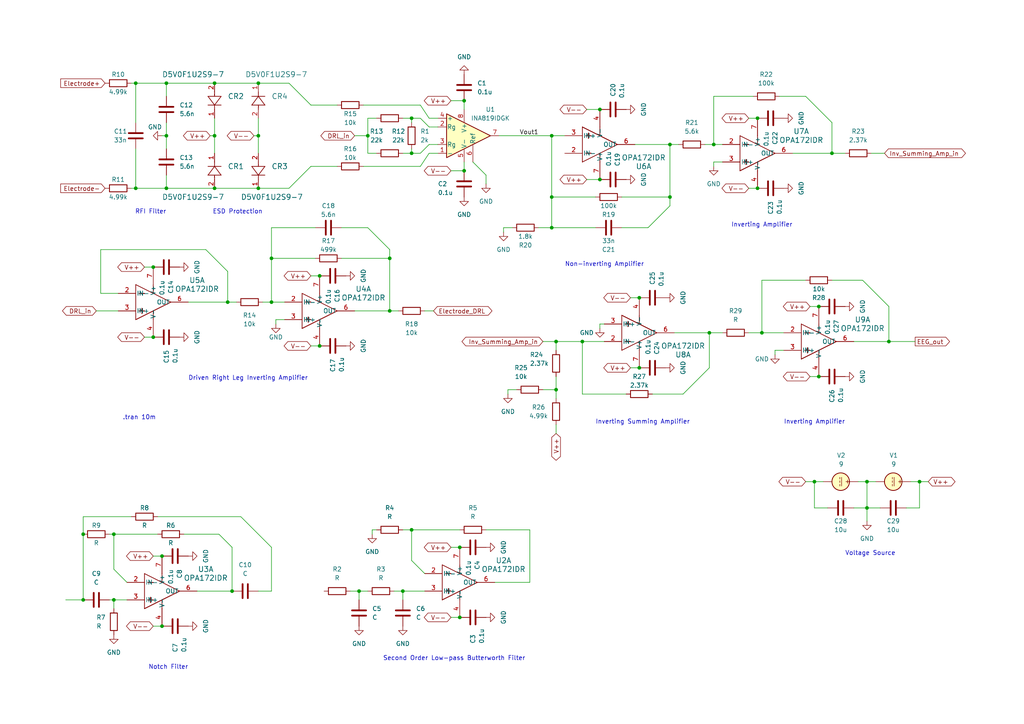
<source format=kicad_sch>
(kicad_sch (version 20230121) (generator eeschema)
  (paper "A4")
  (lib_symbols
    (symbol "Device:C" (pin_numbers hide) (pin_names (offset 0.254))
      (property "Reference" "C" (at 0.635 2.54 0))
      (property "Value" "C" (at 0.635 -2.54 0))
      (symbol "C_0_1"
        (polyline (pts (xy -2.032 -0.762) (xy 2.032 -0.762)) (stroke (width 0.508)))
        (polyline (pts (xy -2.032 0.762) (xy 2.032 0.762)) (stroke (width 0.508)))
      )
      (symbol "C_1_1"
        (pin passive line (at 0 3.81 270) (length 2.794) (name "~") (number "1"))
        (pin passive line (at 0 -3.81 90) (length 2.794) (name "~") (number "2"))
      )
    )
    (symbol "Device:R" (pin_numbers hide) (pin_names (offset 0))
      (property "Reference" "R" (at 2.032 0 90))
      (property "Value" "R" (at 0 0 90))
      (symbol "R_0_1"
        (rectangle (start -1.016 -2.54) (end 1.016 2.54) (stroke (width 0.254)))
      )
      (symbol "R_1_1"
        (pin passive line (at 0 3.81 270) (length 1.27) (name "~") (number "1"))
        (pin passive line (at 0 -3.81 90) (length 1.27) (name "~") (number "2"))
      )
    )
    (symbol "EEG part lib:D5V0F1U2S9-7" (pin_names (offset 0.254))
      (property "Reference" "CR" (at 5.08 4.445 0))
      (property "Value" "D5V0F1U2S9-7" (at 5.08 -3.81 0))
      (symbol "D5V0F1U2S9-7_0_1"
        (polyline (pts (xy 2.54 0) (xy 3.4798 0)) (stroke (width 0.2032)))
        (polyline (pts (xy 3.175 0) (xy 3.81 0)) (stroke (width 0.2032)))
        (polyline (pts (xy 3.81 -1.905) (xy 6.35 0)) (stroke (width 0.2032)))
        (polyline (pts (xy 3.81 1.905) (xy 3.81 -1.905)) (stroke (width 0.2032)))
        (polyline (pts (xy 6.35 -1.905) (xy 6.35 1.905)) (stroke (width 0.2032)))
        (polyline (pts (xy 6.35 0) (xy 3.81 1.905)) (stroke (width 0.2032)))
        (polyline (pts (xy 6.35 0) (xy 7.62 0)) (stroke (width 0.2032)))
      )
      (symbol "D5V0F1U2S9-7_1_1"
        (pin passive line (at 10.16 0 180) (length 2.54) (name "") (number "1"))
        (pin passive line (at 0 0 0) (length 2.54) (name "") (number "2"))
      )
    )
    (symbol "EEG part lib:INA819IDGK" (pin_names (offset 0.127))
      (property "Reference" "U1" (at 15.24 4.1909 0))
      (property "Value" "INA819IDGK" (at 15.24 1.6509 0))
      (symbol "INA819IDGK_0_1"
        (polyline (pts (xy 7.62 0) (xy -5.08 6.35) (xy -5.08 -6.35) (xy 7.62 0)) (stroke (width 0.254)) (fill (type background)))
      )
      (symbol "INA819IDGK_1_1"
        (pin input line (at -7.62 -5.08 0) (length 2.54) (name "-") (number "1"))
        (pin passive line (at -7.62 2.54 0) (length 2.54) (name "Rg") (number "2"))
        (pin passive line (at -7.62 -2.54 0) (length 2.54) (name "Rg") (number "3"))
        (pin input line (at -7.62 5.08 0) (length 2.54) (name "+") (number "4"))
        (pin power_in line (at 0 -7.62 90) (length 3.81) (name "V-") (number "5"))
        (pin input line (at 2.54 -7.62 90) (length 5.08) (name "Ref") (number "6"))
        (pin output line (at 10.16 0 180) (length 2.54) (name "~") (number "7"))
        (pin power_in line (at 0 7.62 270) (length 3.81) (name "V+") (number "8"))
      )
    )
    (symbol "EEG part lib:OPA172IDR" (pin_names (offset 0.254))
      (property "Reference" "U" (at 0 2.54 0))
      (property "Value" "OPA172IDR" (at 0 0 0))
      (symbol "OPA172IDR_1_1"
        (polyline (pts (xy -5.08 -5.08) (xy 5.08 0)) (stroke (width 0.2032)))
        (polyline (pts (xy -5.08 -5.08) (xy 5.08 0)) (stroke (width 0.2032)))
        (polyline (pts (xy -5.08 5.08) (xy -5.08 -5.08)) (stroke (width 0.2032)))
        (polyline (pts (xy -5.08 5.08) (xy 5.08 0)) (stroke (width 0.2032)))
        (polyline (pts (xy -4.064 -2.54) (xy -2.54 -2.54)) (stroke (width 0.2032)))
        (polyline (pts (xy -4.064 -2.54) (xy -2.54 -2.54)) (stroke (width 0.2032)))
        (polyline (pts (xy -4.064 -2.54) (xy -2.54 -2.54)) (stroke (width 0.2032)))
        (polyline (pts (xy -4.064 2.54) (xy -2.54 2.54)) (stroke (width 0.2032)))
        (polyline (pts (xy -4.064 2.54) (xy -2.54 2.54)) (stroke (width 0.2032)))
        (polyline (pts (xy -4.064 2.54) (xy -2.54 2.54)) (stroke (width 0.2032)))
        (polyline (pts (xy -3.302 -1.778) (xy -3.302 -3.302)) (stroke (width 0.2032)))
        (polyline (pts (xy -3.302 -1.778) (xy -3.302 -3.302)) (stroke (width 0.2032)))
        (polyline (pts (xy -3.302 -1.778) (xy -3.302 -3.302)) (stroke (width 0.2032)))
        (polyline (pts (xy 0 -2.54) (xy 0 -5.08)) (stroke (width 0.2032)))
        (polyline (pts (xy 0 5.08) (xy 0 2.54)) (stroke (width 0.2032)))
        (pin input line (at -10.16 2.54 0) (length 5.08) (name "IN-") (number "2"))
        (pin input line (at -10.16 -2.54 0) (length 5.08) (name "IN+") (number "3"))
        (pin power_in line (at 0 -10.16 90) (length 5.08) (name "V-") (number "4"))
        (pin output line (at 10.16 0 180) (length 5.08) (name "OUT") (number "6"))
        (pin power_in line (at 0 10.16 270) (length 5.08) (name "V+") (number "7"))
      )
      (symbol "OPA172IDR_2_1"
        (polyline (pts (xy -12.7 -7.62) (xy 12.7 -7.62)) (stroke (width 0.2032)))
        (polyline (pts (xy -12.7 7.62) (xy -12.7 -7.62)) (stroke (width 0.2032)))
        (polyline (pts (xy 12.7 -7.62) (xy 12.7 7.62)) (stroke (width 0.2032)))
        (polyline (pts (xy 12.7 7.62) (xy -12.7 7.62)) (stroke (width 0.2032)))
        (pin unspecified line (at 17.78 2.54 180) (length 5.08) (name "NC") (number "1"))
        (pin unspecified line (at 17.78 0 180) (length 5.08) (name "NC") (number "5"))
        (pin unspecified line (at 17.78 -2.54 180) (length 5.08) (name "NC") (number "8"))
      )
    )
    (symbol "Simulation_SPICE:VDC" (pin_numbers hide) (pin_names (offset 0.0254))
      (property "Reference" "V" (at 2.54 2.54 0))
      (property "Value" "1" (at 2.54 0 0))
      (symbol "VDC_0_0"
        (polyline (pts (xy -1.27 0.254) (xy 1.27 0.254)))
        (polyline (pts (xy -0.762 -0.254) (xy -1.27 -0.254)))
        (polyline (pts (xy 0.254 -0.254) (xy -0.254 -0.254)))
        (polyline (pts (xy 1.27 -0.254) (xy 0.762 -0.254)))
        (text "+" (at 0 1.905 0) (effects (font (size 1.27 1.27))))
      )
      (symbol "VDC_0_1"
        (circle (center 0 0) (radius 2.54) (stroke (width 0.254)) (fill (type background)))
      )
      (symbol "VDC_1_1"
        (pin passive line (at 0 5.08 270) (length 2.54) (name "~") (number "1"))
        (pin passive line (at 0 -5.08 90) (length 2.54) (name "~") (number "2"))
      )
    )
    (symbol "power:GND" (power) (pin_names (offset 0))
      (property "Value" "GND" (at 0 -3.81 0))
      (symbol "GND_0_1"
        (polyline (pts (xy 0 0) (xy 0 -1.27) (xy 1.27 -1.27) (xy 0 -2.54) (xy -1.27 -1.27) (xy 0 -1.27)))
      )
      (symbol "GND_1_1"
        (pin power_in line (at 0 0 270) (length 0) hide (name "GND") (number "1"))
      )
    )
  )
  (junction (at 237.49 88.9))
  (junction (at 62.23 39.37))
  (junction (at 39.37 24.13))
  (junction (at 237.49 109.22))
  (junction (at 78.74 74.93))
  (junction (at 74.93 39.37))
  (junction (at 236.22 139.7))
  (junction (at 119.38 34.29))
  (junction (at 119.38 44.45))
  (junction (at 33.02 173.99))
  (junction (at 116.84 171.45))
  (junction (at 62.23 24.13))
  (junction (at 160.02 57.15))
  (junction (at 106.68 39.37))
  (junction (at 44.45 97.79))
  (junction (at 67.31 171.45))
  (junction (at 46.99 181.61))
  (junction (at 220.98 96.52))
  (junction (at 119.38 153.67))
  (junction (at 78.74 87.63))
  (junction (at 39.37 54.61))
  (junction (at 194.31 57.15))
  (junction (at 133.35 179.07))
  (junction (at 160.02 39.37))
  (junction (at 266.7 139.7))
  (junction (at 219.71 54.61))
  (junction (at 48.26 54.61))
  (junction (at 185.42 106.68))
  (junction (at 257.81 99.06))
  (junction (at 160.02 66.04))
  (junction (at 241.3 44.45))
  (junction (at 205.74 96.52))
  (junction (at 251.46 147.32))
  (junction (at 33.02 154.94))
  (junction (at 161.29 99.06))
  (junction (at 173.99 52.07))
  (junction (at 185.42 86.36))
  (junction (at 48.26 24.13))
  (junction (at 161.29 113.03))
  (junction (at 207.01 41.91))
  (junction (at 44.45 77.47))
  (junction (at 74.93 24.13))
  (junction (at 48.26 39.37))
  (junction (at 194.31 41.91))
  (junction (at 133.35 158.75))
  (junction (at 251.46 139.7))
  (junction (at 92.71 80.01))
  (junction (at 104.14 171.45))
  (junction (at 66.04 87.63))
  (junction (at 134.62 29.21))
  (junction (at 168.91 99.06))
  (junction (at 62.23 54.61))
  (junction (at 219.71 34.29))
  (junction (at 74.93 54.61))
  (junction (at 173.99 31.75))
  (junction (at 46.99 161.29))
  (junction (at 113.03 74.93))
  (junction (at 134.62 49.53))
  (junction (at 24.13 154.94))
  (junction (at 113.03 90.17))
  (junction (at 24.13 173.99))
  (junction (at 92.71 100.33))
  (wire (pts (xy 146.05 66.04) (xy 146.05 67.31)))
  (wire (pts (xy 78.74 74.93) (xy 91.44 74.93)))
  (wire (pts (xy 252.73 44.45) (xy 256.54 44.45)))
  (wire (pts (xy 29.21 72.39) (xy 29.21 85.09)))
  (wire (pts (xy 220.98 96.52) (xy 227.33 96.52)))
  (wire (pts (xy 97.79 30.48) (xy 90.17 30.48)))
  (wire (pts (xy 104.14 171.45) (xy 104.14 173.99)))
  (wire (pts (xy 54.61 87.63) (xy 66.04 87.63)))
  (wire (pts (xy 29.21 85.09) (xy 34.29 85.09)))
  (wire (pts (xy 194.31 59.69) (xy 194.31 57.15)))
  (wire (pts (xy 147.32 113.03) (xy 147.32 114.3)))
  (wire (pts (xy 226.06 27.94) (xy 233.68 27.94)))
  (wire (pts (xy 63.5 154.94) (xy 67.31 158.75)))
  (wire (pts (xy 161.29 109.22) (xy 161.29 113.03)))
  (wire (pts (xy 46.99 39.37) (xy 48.26 39.37)))
  (wire (pts (xy 124.46 34.29) (xy 127 34.29)))
  (wire (pts (xy 62.23 54.61) (xy 74.93 54.61)))
  (wire (pts (xy 78.74 66.04) (xy 91.44 66.04)))
  (wire (pts (xy 90.17 100.33) (xy 92.71 100.33)))
  (wire (pts (xy 124.46 34.29) (xy 121.92 30.48)))
  (wire (pts (xy 130.81 158.75) (xy 133.35 158.75)))
  (wire (pts (xy 41.91 77.47) (xy 44.45 77.47)))
  (wire (pts (xy 140.97 50.8) (xy 140.97 53.34)))
  (wire (pts (xy 170.18 31.75) (xy 173.99 31.75)))
  (wire (pts (xy 217.17 54.61) (xy 219.71 54.61)))
  (wire (pts (xy 119.38 44.45) (xy 121.92 44.45)))
  (wire (pts (xy 224.79 101.6) (xy 227.33 101.6)))
  (wire (pts (xy 180.34 57.15) (xy 194.31 57.15)))
  (wire (pts (xy 74.93 39.37) (xy 74.93 44.45)))
  (wire (pts (xy 189.23 114.3) (xy 198.12 114.3)))
  (wire (pts (xy 119.38 34.29) (xy 119.38 35.56)))
  (wire (pts (xy 38.1 54.61) (xy 39.37 54.61)))
  (wire (pts (xy 105.41 30.48) (xy 121.92 30.48)))
  (wire (pts (xy 205.74 96.52) (xy 209.55 96.52)))
  (wire (pts (xy 59.69 72.39) (xy 66.04 78.74)))
  (wire (pts (xy 229.87 44.45) (xy 241.3 44.45)))
  (wire (pts (xy 62.23 24.13) (xy 74.93 24.13)))
  (wire (pts (xy 194.31 41.91) (xy 196.85 41.91)))
  (wire (pts (xy 90.17 30.48) (xy 83.82 24.13)))
  (wire (pts (xy 160.02 66.04) (xy 160.02 57.15)))
  (wire (pts (xy 116.84 34.29) (xy 119.38 34.29)))
  (wire (pts (xy 143.51 168.91) (xy 153.67 168.91)))
  (wire (pts (xy 247.65 147.32) (xy 251.46 147.32)))
  (wire (pts (xy 62.23 39.37) (xy 62.23 44.45)))
  (wire (pts (xy 123.19 90.17) (xy 125.73 90.17)))
  (wire (pts (xy 48.26 24.13) (xy 62.23 24.13)))
  (wire (pts (xy 105.41 48.26) (xy 121.92 48.26)))
  (wire (pts (xy 140.97 153.67) (xy 153.67 153.67)))
  (wire (pts (xy 241.3 44.45) (xy 245.11 44.45)))
  (wire (pts (xy 217.17 96.52) (xy 220.98 96.52)))
  (wire (pts (xy 39.37 24.13) (xy 39.37 35.56)))
  (wire (pts (xy 74.93 54.61) (xy 83.82 54.61)))
  (wire (pts (xy 161.29 99.06) (xy 161.29 101.6)))
  (wire (pts (xy 236.22 147.32) (xy 240.03 147.32)))
  (wire (pts (xy 44.45 181.61) (xy 46.99 181.61)))
  (wire (pts (xy 48.26 54.61) (xy 62.23 54.61)))
  (wire (pts (xy 119.38 34.29) (xy 121.92 34.29)))
  (wire (pts (xy 102.87 90.17) (xy 113.03 90.17)))
  (wire (pts (xy 207.01 46.99) (xy 209.55 46.99)))
  (wire (pts (xy 90.17 48.26) (xy 83.82 54.61)))
  (wire (pts (xy 78.74 158.75) (xy 78.74 171.45)))
  (wire (pts (xy 31.75 154.94) (xy 33.02 154.94)))
  (wire (pts (xy 168.91 99.06) (xy 175.26 99.06)))
  (wire (pts (xy 80.01 92.71) (xy 82.55 92.71)))
  (wire (pts (xy 195.58 96.52) (xy 205.74 96.52)))
  (wire (pts (xy 106.68 44.45) (xy 109.22 44.45)))
  (wire (pts (xy 161.29 123.19) (xy 161.29 125.73)))
  (wire (pts (xy 156.21 66.04) (xy 160.02 66.04)))
  (wire (pts (xy 134.62 29.21) (xy 134.62 31.75)))
  (wire (pts (xy 184.15 41.91) (xy 194.31 41.91)))
  (wire (pts (xy 33.02 154.94) (xy 33.02 165.1)))
  (wire (pts (xy 207.01 27.94) (xy 207.01 41.91)))
  (wire (pts (xy 124.46 36.83) (xy 127 36.83)))
  (wire (pts (xy 241.3 81.28) (xy 250.19 81.28)))
  (wire (pts (xy 247.65 99.06) (xy 257.81 99.06)))
  (wire (pts (xy 116.84 171.45) (xy 116.84 173.99)))
  (wire (pts (xy 266.7 139.7) (xy 266.7 147.32)))
  (wire (pts (xy 207.01 46.99) (xy 207.01 48.26)))
  (wire (pts (xy 97.79 48.26) (xy 90.17 48.26)))
  (wire (pts (xy 251.46 147.32) (xy 255.27 147.32)))
  (wire (pts (xy 67.31 158.75) (xy 67.31 171.45)))
  (wire (pts (xy 160.02 39.37) (xy 163.83 39.37)))
  (wire (pts (xy 220.98 81.28) (xy 233.68 81.28)))
  (wire (pts (xy 113.03 72.39) (xy 113.03 74.93)))
  (wire (pts (xy 48.26 35.56) (xy 48.26 39.37)))
  (wire (pts (xy 48.26 39.37) (xy 48.26 43.18)))
  (wire (pts (xy 116.84 44.45) (xy 119.38 44.45)))
  (wire (pts (xy 207.01 27.94) (xy 218.44 27.94)))
  (wire (pts (xy 38.1 24.13) (xy 39.37 24.13)))
  (wire (pts (xy 266.7 139.7) (xy 269.24 139.7)))
  (wire (pts (xy 73.66 39.37) (xy 74.93 39.37)))
  (wire (pts (xy 233.68 139.7) (xy 236.22 139.7)))
  (wire (pts (xy 66.04 87.63) (xy 68.58 87.63)))
  (wire (pts (xy 234.95 88.9) (xy 237.49 88.9)))
  (wire (pts (xy 168.91 99.06) (xy 168.91 114.3)))
  (wire (pts (xy 251.46 139.7) (xy 254 139.7)))
  (wire (pts (xy 170.18 52.07) (xy 173.99 52.07)))
  (wire (pts (xy 234.95 109.22) (xy 237.49 109.22)))
  (wire (pts (xy 217.17 34.29) (xy 219.71 34.29)))
  (wire (pts (xy 106.68 34.29) (xy 109.22 34.29)))
  (wire (pts (xy 250.19 81.28) (xy 257.81 88.9)))
  (wire (pts (xy 187.96 66.04) (xy 194.31 59.69)))
  (wire (pts (xy 204.47 41.91) (xy 207.01 41.91)))
  (wire (pts (xy 127 41.91) (xy 124.46 41.91)))
  (wire (pts (xy 207.01 41.91) (xy 209.55 41.91)))
  (wire (pts (xy 116.84 153.67) (xy 119.38 153.67)))
  (wire (pts (xy 130.81 179.07) (xy 133.35 179.07)))
  (wire (pts (xy 19.05 173.99) (xy 24.13 173.99)))
  (wire (pts (xy 119.38 43.18) (xy 119.38 44.45)))
  (wire (pts (xy 107.95 153.67) (xy 107.95 154.94)))
  (wire (pts (xy 107.95 153.67) (xy 109.22 153.67)))
  (wire (pts (xy 104.14 171.45) (xy 106.68 171.45)))
  (wire (pts (xy 124.46 44.45) (xy 127 44.45)))
  (wire (pts (xy 78.74 74.93) (xy 78.74 87.63)))
  (wire (pts (xy 146.05 66.04) (xy 148.59 66.04)))
  (wire (pts (xy 57.15 171.45) (xy 67.31 171.45)))
  (wire (pts (xy 33.02 173.99) (xy 36.83 173.99)))
  (wire (pts (xy 194.31 41.91) (xy 194.31 57.15)))
  (wire (pts (xy 48.26 24.13) (xy 48.26 27.94)))
  (wire (pts (xy 182.88 106.68) (xy 185.42 106.68)))
  (wire (pts (xy 123.19 166.37) (xy 119.38 162.56)))
  (wire (pts (xy 124.46 41.91) (xy 121.92 44.45)))
  (wire (pts (xy 29.21 72.39) (xy 59.69 72.39)))
  (wire (pts (xy 124.46 44.45) (xy 121.92 48.26)))
  (wire (pts (xy 173.99 93.98) (xy 175.26 93.98)))
  (wire (pts (xy 74.93 171.45) (xy 78.74 171.45)))
  (wire (pts (xy 78.74 87.63) (xy 82.55 87.63)))
  (wire (pts (xy 157.48 99.06) (xy 161.29 99.06)))
  (wire (pts (xy 24.13 154.94) (xy 24.13 173.99)))
  (wire (pts (xy 119.38 153.67) (xy 133.35 153.67)))
  (wire (pts (xy 205.74 96.52) (xy 205.74 106.68)))
  (wire (pts (xy 180.34 66.04) (xy 187.96 66.04)))
  (wire (pts (xy 173.99 93.98) (xy 173.99 95.25)))
  (wire (pts (xy 160.02 66.04) (xy 172.72 66.04)))
  (wire (pts (xy 236.22 139.7) (xy 238.76 139.7)))
  (wire (pts (xy 78.74 66.04) (xy 78.74 74.93)))
  (wire (pts (xy 62.23 34.29) (xy 62.23 39.37)))
  (wire (pts (xy 130.81 29.21) (xy 134.62 29.21)))
  (wire (pts (xy 130.81 49.53) (xy 134.62 49.53)))
  (wire (pts (xy 48.26 50.8) (xy 48.26 54.61)))
  (wire (pts (xy 60.96 39.37) (xy 62.23 39.37)))
  (wire (pts (xy 36.83 168.91) (xy 33.02 165.1)))
  (wire (pts (xy 119.38 153.67) (xy 119.38 162.56)))
  (wire (pts (xy 137.16 46.99) (xy 140.97 50.8)))
  (wire (pts (xy 161.29 113.03) (xy 161.29 115.57)))
  (wire (pts (xy 102.87 39.37) (xy 106.68 39.37)))
  (wire (pts (xy 76.2 87.63) (xy 78.74 87.63)))
  (wire (pts (xy 45.72 149.86) (xy 69.85 149.86)))
  (wire (pts (xy 74.93 24.13) (xy 83.82 24.13)))
  (wire (pts (xy 106.68 39.37) (xy 106.68 44.45)))
  (wire (pts (xy 44.45 161.29) (xy 46.99 161.29)))
  (wire (pts (xy 248.92 139.7) (xy 251.46 139.7)))
  (wire (pts (xy 147.32 113.03) (xy 149.86 113.03)))
  (wire (pts (xy 53.34 154.94) (xy 63.5 154.94)))
  (wire (pts (xy 257.81 99.06) (xy 257.81 88.9)))
  (wire (pts (xy 144.78 39.37) (xy 160.02 39.37)))
  (wire (pts (xy 80.01 92.71) (xy 80.01 93.98)))
  (wire (pts (xy 236.22 139.7) (xy 236.22 147.32)))
  (wire (pts (xy 99.06 74.93) (xy 113.03 74.93)))
  (wire (pts (xy 134.62 49.53) (xy 134.62 46.99)))
  (wire (pts (xy 182.88 86.36) (xy 185.42 86.36)))
  (wire (pts (xy 251.46 147.32) (xy 251.46 151.13)))
  (wire (pts (xy 233.68 27.94) (xy 241.3 35.56)))
  (wire (pts (xy 113.03 90.17) (xy 115.57 90.17)))
  (wire (pts (xy 160.02 39.37) (xy 160.02 57.15)))
  (wire (pts (xy 69.85 149.86) (xy 78.74 158.75)))
  (wire (pts (xy 224.79 101.6) (xy 224.79 102.87)))
  (wire (pts (xy 220.98 96.52) (xy 220.98 81.28)))
  (wire (pts (xy 241.3 35.56) (xy 241.3 44.45)))
  (wire (pts (xy 39.37 54.61) (xy 48.26 54.61)))
  (wire (pts (xy 27.94 90.17) (xy 34.29 90.17)))
  (wire (pts (xy 198.12 114.3) (xy 205.74 106.68)))
  (wire (pts (xy 33.02 173.99) (xy 33.02 176.53)))
  (wire (pts (xy 106.68 34.29) (xy 106.68 39.37)))
  (wire (pts (xy 90.17 80.01) (xy 92.71 80.01)))
  (wire (pts (xy 113.03 74.93) (xy 113.03 90.17)))
  (wire (pts (xy 101.6 171.45) (xy 104.14 171.45)))
  (wire (pts (xy 39.37 43.18) (xy 39.37 54.61)))
  (wire (pts (xy 262.89 147.32) (xy 266.7 147.32)))
  (wire (pts (xy 116.84 171.45) (xy 123.19 171.45)))
  (wire (pts (xy 106.68 66.04) (xy 113.03 72.39)))
  (wire (pts (xy 160.02 57.15) (xy 172.72 57.15)))
  (wire (pts (xy 24.13 149.86) (xy 24.13 154.94)))
  (wire (pts (xy 66.04 78.74) (xy 66.04 87.63)))
  (wire (pts (xy 264.16 139.7) (xy 266.7 139.7)))
  (wire (pts (xy 168.91 114.3) (xy 181.61 114.3)))
  (wire (pts (xy 114.3 171.45) (xy 116.84 171.45)))
  (wire (pts (xy 251.46 139.7) (xy 251.46 147.32)))
  (wire (pts (xy 99.06 66.04) (xy 106.68 66.04)))
  (wire (pts (xy 153.67 153.67) (xy 153.67 168.91)))
  (wire (pts (xy 39.37 24.13) (xy 48.26 24.13)))
  (wire (pts (xy 124.46 36.83) (xy 121.92 34.29)))
  (wire (pts (xy 74.93 34.29) (xy 74.93 39.37)))
  (wire (pts (xy 31.75 173.99) (xy 33.02 173.99)))
  (wire (pts (xy 257.81 99.06) (xy 265.43 99.06)))
  (wire (pts (xy 24.13 149.86) (xy 38.1 149.86)))
  (wire (pts (xy 33.02 154.94) (xy 45.72 154.94)))
  (wire (pts (xy 161.29 99.06) (xy 168.91 99.06)))
  (wire (pts (xy 157.48 113.03) (xy 161.29 113.03)))
  (wire (pts (xy 41.91 97.79) (xy 44.45 97.79)))
  (text "Inverting Amplifier" (at 227.33 123.19 0) (effects (font (size 1.27 1.27)) (justify left bottom)))
  (text "Inverting Summing Amplifier" (at 172.72 123.19 0) (effects (font (size 1.27 1.27)) (justify left bottom)))
  (text "Voltage Source" (at 245.11 161.29 0) (effects (font (size 1.27 1.27)) (justify left bottom)))
  (text "Driven Right Leg Inverting Amplifier" (at 54.61 110.49 0) (effects (font (size 1.27 1.27)) (justify left bottom)))
  (text "RFI Filter" (at 48.26 62.23 0) (effects (font (size 1.27 1.27)) (justify right bottom)))
  (text "Notch Filter" (at 54.61 194.31 0) (effects (font (size 1.27 1.27)) (justify right bottom)))
  (text "Inverting Amplifier" (at 212.09 66.04 0) (effects (font (size 1.27 1.27)) (justify left bottom)))
  (text "Non-inverting Amplifier" (at 163.83 77.47 0) (effects (font (size 1.27 1.27)) (justify left bottom)))
  (text "Second Order Low-pass Butterworth Filter\n" (at 152.4 191.77 0) (effects (font (size 1.27 1.27)) (justify right bottom)))
  (text "ESD Protection" (at 76.2 62.23 0) (effects (font (size 1.27 1.27)) (justify right bottom)))
  (text ".tran 10m" (at 35.56 121.92 0) (effects (font (size 1.27 1.27)) (justify left bottom)))
  (label "Vout1" (at 156.21 39.37 180))
  (global_label "V--" (shape bidirectional) (at 73.66 39.37 180) (property "Intersheetrefs" "${INTERSHEET_REFS}" (effects hide)))
  (global_label "V--" (shape bidirectional) (at 234.95 109.22 180) (property "Intersheetrefs" "${INTERSHEET_REFS}" (effects hide)))
  (global_label "V++" (shape bidirectional) (at 130.81 158.75 180) (property "Intersheetrefs" "${INTERSHEET_REFS}" (effects hide)))
  (global_label "DRL_in" (shape bidirectional) (at 27.94 90.17 180) (property "Intersheetrefs" "${INTERSHEET_REFS}" (effects hide)))
  (global_label "Electrode_DRL" (shape bidirectional) (at 125.73 90.17 0) (property "Intersheetrefs" "${INTERSHEET_REFS}" (effects hide)))
  (global_label "V++" (shape bidirectional) (at 170.18 52.07 180) (property "Intersheetrefs" "${INTERSHEET_REFS}" (effects hide)))
  (global_label "V++" (shape bidirectional) (at 182.88 106.68 180) (property "Intersheetrefs" "${INTERSHEET_REFS}" (effects hide)))
  (global_label "V++" (shape bidirectional) (at 44.45 161.29 180) (property "Intersheetrefs" "${INTERSHEET_REFS}" (effects hide)))
  (global_label "V++" (shape bidirectional) (at 217.17 34.29 180) (property "Intersheetrefs" "${INTERSHEET_REFS}" (effects hide)))
  (global_label "DRL_in" (shape bidirectional) (at 102.87 39.37 180) (property "Intersheetrefs" "${INTERSHEET_REFS}" (effects hide)))
  (global_label "V++" (shape bidirectional) (at 130.81 29.21 180) (property "Intersheetrefs" "${INTERSHEET_REFS}" (effects hide)))
  (global_label "Inv_Summing_Amp_in" (shape bidirectional) (at 157.48 99.06 180) (property "Intersheetrefs" "${INTERSHEET_REFS}" (effects hide)))
  (global_label "V--" (shape bidirectional) (at 90.17 100.33 180) (property "Intersheetrefs" "${INTERSHEET_REFS}" (effects hide)))
  (global_label "Inv_Summing_Amp_in" (shape bidirectional) (at 256.54 44.45 0) (property "Intersheetrefs" "${INTERSHEET_REFS}" (effects hide)))
  (global_label "V++" (shape bidirectional) (at 234.95 88.9 180) (property "Intersheetrefs" "${INTERSHEET_REFS}" (effects hide)))
  (global_label "V--" (shape bidirectional) (at 41.91 97.79 180) (property "Intersheetrefs" "${INTERSHEET_REFS}" (effects hide)))
  (global_label "V--" (shape bidirectional) (at 44.45 181.61 180) (property "Intersheetrefs" "${INTERSHEET_REFS}" (effects hide)))
  (global_label "V--" (shape bidirectional) (at 233.68 139.7 180) (property "Intersheetrefs" "${INTERSHEET_REFS}" (effects hide)))
  (global_label "V++" (shape bidirectional) (at 41.91 77.47 180) (property "Intersheetrefs" "${INTERSHEET_REFS}" (effects hide)))
  (global_label "V--" (shape bidirectional) (at 182.88 86.36 180) (property "Intersheetrefs" "${INTERSHEET_REFS}" (effects hide)))
  (global_label "V--" (shape bidirectional) (at 130.81 179.07 180) (property "Intersheetrefs" "${INTERSHEET_REFS}" (effects hide)))
  (global_label "EEG_out" (shape output) (at 265.43 99.06 0) (property "Intersheetrefs" "${INTERSHEET_REFS}" (effects hide)))
  (global_label "V--" (shape bidirectional) (at 217.17 54.61 180) (property "Intersheetrefs" "${INTERSHEET_REFS}" (effects hide)))
  (global_label "Electrode-" (shape input) (at 30.48 54.61 180) (property "Intersheetrefs" "${INTERSHEET_REFS}" (effects hide)))
  (global_label "V--" (shape bidirectional) (at 170.18 31.75 180) (property "Intersheetrefs" "${INTERSHEET_REFS}" (effects hide)))
  (global_label "V++" (shape bidirectional) (at 269.24 139.7 0) (property "Intersheetrefs" "${INTERSHEET_REFS}" (effects hide)))
  (global_label "Electrode+" (shape input) (at 30.48 24.13 180) (property "Intersheetrefs" "${INTERSHEET_REFS}" (effects hide)))
  (global_label "V++" (shape bidirectional) (at 90.17 80.01 180) (property "Intersheetrefs" "${INTERSHEET_REFS}" (effects hide)))
  (global_label "V++" (shape bidirectional) (at 161.29 125.73 270) (property "Intersheetrefs" "${INTERSHEET_REFS}" (effects hide)))
  (global_label "V--" (shape bidirectional) (at 130.81 49.53 180) (property "Intersheetrefs" "${INTERSHEET_REFS}" (effects hide)))
  (global_label "V++" (shape bidirectional) (at 60.96 39.37 180) (property "Intersheetrefs" "${INTERSHEET_REFS}" (effects hide)))
  (symbol (lib_id "Device:C") (at 48.26 31.75 0) (unit 1)
    (property "Reference" "C12" (at 52.07 30.48 0) (effects (justify left)))
    (property "Value" "5.6n" (at 52.07 33.02 0) (effects (justify left)))
  )
  (symbol (lib_id "power:GND") (at 33.02 184.15 0) (unit 1)
    (property "Reference" "#PWR011" (effects hide))
    (property "Value" "GND" (at 33.02 189.23 0))
  )
  (symbol (lib_id "Device:R") (at 119.38 39.37 0) (unit 1)
    (property "Reference" "R1" (at 121.92 38.1 0) (effects (justify left)))
    (property "Value" "2k" (at 121.92 40.64 0) (effects (justify left)))
  )
  (symbol (lib_id "power:GND") (at 52.07 77.47 90) (unit 1)
    (property "Reference" "#PWR013" (effects hide))
    (property "Value" "GND" (at 57.15 77.47 0))
  )
  (symbol (lib_id "EEG part lib:INA819IDGK") (at 134.62 39.37 0) (unit 1)
    (property "Reference" "U1" (at 142.24 31.75 0))
    (property "Value" "INA819IDGK" (at 142.24 34.29 0))
    (property "Footprint" "Package_SO:VSSOP-8_3.0x3.0mm_P0.65mm" (effects hide))
    (property "Datasheet" "https://www.ti.com/lit/ds/symlink/ina819.pdf" (effects hide))
  )
  (symbol (lib_id "Device:R") (at 27.94 154.94 90) (unit 1)
    (property "Reference" "R9" (at 27.94 152.4 90))
    (property "Value" "R" (at 27.94 157.48 90))
  )
  (symbol (lib_id "Device:C") (at 27.94 173.99 90) (unit 1)
    (property "Reference" "C9" (at 27.94 166.37 90))
    (property "Value" "C" (at 27.94 168.91 90))
  )
  (symbol (lib_id "EEG part lib:D5V0F1U2S9-7") (at 62.23 24.13 270) (unit 1)
    (property "Reference" "CR2" (at 66.04 27.94 90) (effects (font (size 1.524 1.524)) (justify left)))
    (property "Value" "D5V0F1U2S9-7" (at 46.99 21.59 90) (effects (font (size 1.524 1.524)) (justify left)))
    (property "Footprint" "CR_0F1U2S9-7_DIO" (effects hide))
    (property "Datasheet" "D5V0F1U2S9-7" (effects hide))
  )
  (symbol (lib_id "Device:R") (at 72.39 87.63 90) (unit 1)
    (property "Reference" "R14" (at 72.39 91.44 90))
    (property "Value" "10k" (at 72.39 93.98 90))
  )
  (symbol (lib_id "EEG part lib:OPA172IDR") (at 185.42 96.52 0) (mirror x) (unit 1)
    (property "Reference" "U8" (at 198.12 102.87 0) (effects (font (size 1.524 1.524))))
    (property "Value" "OPA172IDR" (at 198.12 100.33 0) (effects (font (size 1.524 1.524))))
    (property "Footprint" "D0008A_N" (effects hide))
    (property "Datasheet" "OPA172IDR" (effects hide))
  )
  (symbol (lib_id "Device:R") (at 248.92 44.45 90) (unit 1)
    (property "Reference" "R23" (at 248.92 38.1 90))
    (property "Value" "2.37k" (at 248.92 40.64 90))
  )
  (symbol (lib_id "Device:R") (at 185.42 114.3 90) (unit 1)
    (property "Reference" "R27" (at 185.42 109.22 90))
    (property "Value" "2.37k" (at 185.42 111.76 90))
  )
  (symbol (lib_id "Device:C") (at 241.3 88.9 270) (unit 1)
    (property "Reference" "C27" (at 242.57 92.71 0) (effects (justify left)))
    (property "Value" "0.1u" (at 240.03 92.71 0) (effects (justify left)))
  )
  (symbol (lib_id "power:GND") (at 107.95 154.94 0) (unit 1)
    (property "Reference" "#PWR06" (effects hide))
    (property "Value" "GND" (at 107.95 160.02 0))
  )
  (symbol (lib_id "power:GND") (at 54.61 161.29 90) (unit 1)
    (property "Reference" "#PWR010" (effects hide))
    (property "Value" "GND" (at 59.69 161.29 0))
  )
  (symbol (lib_id "power:GND") (at 140.97 179.07 90) (unit 1)
    (property "Reference" "#PWR04" (effects hide))
    (property "Value" "GND" (at 146.05 179.07 0))
  )
  (symbol (lib_id "EEG part lib:OPA172IDR") (at 92.71 90.17 0) (unit 1)
    (property "Reference" "U4" (at 105.41 83.82 0) (effects (font (size 1.524 1.524))))
    (property "Value" "OPA172IDR" (at 105.41 86.36 0) (effects (font (size 1.524 1.524))))
    (property "Footprint" "D0008A_N" (effects hide))
    (property "Datasheet" "OPA172IDR" (effects hide))
  )
  (symbol (lib_id "Device:R") (at 101.6 30.48 90) (unit 1)
    (property "Reference" "R15" (at 101.6 33.02 90))
    (property "Value" "10k" (at 101.6 35.56 90))
  )
  (symbol (lib_id "power:GND") (at 173.99 95.25 0) (unit 1)
    (property "Reference" "#PWR027" (effects hide))
    (property "Value" "GND" (at 170.18 96.52 0))
  )
  (symbol (lib_id "Device:R") (at 137.16 153.67 90) (unit 1)
    (property "Reference" "R5" (at 137.16 147.32 90))
    (property "Value" "R" (at 137.16 149.86 90))
  )
  (symbol (lib_id "Device:C") (at 177.8 31.75 90) (mirror x) (unit 1)
    (property "Reference" "C20" (at 177.8 24.13 0) (effects (justify left)))
    (property "Value" "0.1u" (at 180.34 24.13 0) (effects (justify left)))
  )
  (symbol (lib_id "Device:R") (at 34.29 54.61 90) (unit 1)
    (property "Reference" "R11" (at 34.29 52.07 90))
    (property "Value" "4.99k" (at 34.29 57.15 90))
  )
  (symbol (lib_id "Device:R") (at 113.03 153.67 90) (unit 1)
    (property "Reference" "R4" (at 113.03 147.32 90))
    (property "Value" "R" (at 113.03 149.86 90))
  )
  (symbol (lib_id "Device:C") (at 137.16 158.75 270) (unit 1)
    (property "Reference" "C4" (at 138.43 162.56 0) (effects (justify left)))
    (property "Value" "0.1u" (at 135.89 162.56 0) (effects (justify left)))
  )
  (symbol (lib_id "EEG part lib:OPA172IDR") (at 219.71 44.45 0) (unit 1)
    (property "Reference" "U7" (at 232.41 38.1 0) (effects (font (size 1.524 1.524))))
    (property "Value" "OPA172IDR" (at 232.41 40.64 0) (effects (font (size 1.524 1.524))))
    (property "Footprint" "D0008A_N" (effects hide))
    (property "Datasheet" "OPA172IDR" (effects hide))
  )
  (symbol (lib_id "Device:R") (at 34.29 24.13 90) (unit 1)
    (property "Reference" "R10" (at 34.29 21.59 90))
    (property "Value" "4.99k" (at 34.29 26.67 90))
  )
  (symbol (lib_id "Device:C") (at 116.84 177.8 0) (unit 1)
    (property "Reference" "C6" (at 120.65 176.53 0) (effects (justify left)))
    (property "Value" "C" (at 120.65 179.07 0) (effects (justify left)))
  )
  (symbol (lib_id "Device:R") (at 213.36 96.52 90) (unit 1)
    (property "Reference" "R29" (at 213.36 90.17 90))
    (property "Value" "R" (at 213.36 92.71 90))
  )
  (symbol (lib_id "EEG part lib:OPA172IDR") (at 133.35 168.91 0) (unit 1)
    (property "Reference" "U2" (at 146.05 162.56 0) (effects (font (size 1.524 1.524))))
    (property "Value" "OPA172IDR" (at 146.05 165.1 0) (effects (font (size 1.524 1.524))))
    (property "Footprint" "D0008A_N" (effects hide))
    (property "Datasheet" "OPA172IDR" (effects hide))
  )
  (symbol (lib_id "Device:R") (at 237.49 81.28 90) (mirror x) (unit 1)
    (property "Reference" "R28" (at 237.49 86.36 90))
    (property "Value" "10k" (at 237.49 83.82 90))
  )
  (symbol (lib_id "power:GND") (at 100.33 100.33 90) (unit 1)
    (property "Reference" "#PWR016" (effects hide))
    (property "Value" "GND" (at 105.41 100.33 0))
  )
  (symbol (lib_id "power:GND") (at 181.61 52.07 90) (mirror x) (unit 1)
    (property "Reference" "#PWR018" (effects hide))
    (property "Value" "GND" (at 186.69 52.07 0))
  )
  (symbol (lib_id "power:GND") (at 146.05 67.31 0) (unit 1)
    (property "Reference" "#PWR020" (effects hide))
    (property "Value" "GND" (at 146.05 72.39 0))
  )
  (symbol (lib_id "Device:C") (at 50.8 181.61 90) (unit 1)
    (property "Reference" "C7" (at 50.8 189.23 0) (effects (justify left)))
    (property "Value" "0.1u" (at 53.34 189.23 0) (effects (justify left)))
  )
  (symbol (lib_id "power:GND") (at 104.14 181.61 0) (unit 1)
    (property "Reference" "#PWR07" (effects hide))
    (property "Value" "GND" (at 104.14 186.69 0))
  )
  (symbol (lib_id "Device:R") (at 222.25 27.94 90) (unit 1)
    (property "Reference" "R22" (at 222.25 21.59 90))
    (property "Value" "100k" (at 222.25 24.13 90))
  )
  (symbol (lib_id "Device:R") (at 176.53 57.15 90) (mirror x) (unit 1)
    (property "Reference" "R19" (at 176.53 62.23 90))
    (property "Value" "100k" (at 176.53 59.69 90))
  )
  (symbol (lib_id "EEG part lib:OPA172IDR") (at 237.49 99.06 0) (unit 1)
    (property "Reference" "U9" (at 250.19 92.71 0) (effects (font (size 1.524 1.524))))
    (property "Value" "OPA172IDR" (at 250.19 95.25 0) (effects (font (size 1.524 1.524))))
    (property "Footprint" "D0008A_N" (effects hide))
    (property "Datasheet" "OPA172IDR" (effects hide))
  )
  (symbol (lib_id "power:GND") (at 54.61 181.61 90) (unit 1)
    (property "Reference" "#PWR09" (effects hide))
    (property "Value" "GND" (at 59.69 181.61 0))
  )
  (symbol (lib_id "Device:C") (at 223.52 34.29 270) (unit 1)
    (property "Reference" "C22" (at 224.79 38.1 0) (effects (justify left)))
    (property "Value" "0.1u" (at 222.25 38.1 0) (effects (justify left)))
  )
  (symbol (lib_id "Device:R") (at 113.03 44.45 90) (unit 1)
    (property "Reference" "R13" (at 109.22 38.1 90))
    (property "Value" "22k" (at 109.22 40.64 90))
  )
  (symbol (lib_id "Device:R") (at 119.38 90.17 90) (unit 1)
    (property "Reference" "R18" (at 119.38 93.98 90))
    (property "Value" "10k" (at 119.38 96.52 90))
  )
  (symbol (lib_id "power:GND") (at 227.33 34.29 90) (unit 1)
    (property "Reference" "#PWR021" (effects hide))
    (property "Value" "GND" (at 232.41 34.29 0))
  )
  (symbol (lib_id "power:GND") (at 134.62 57.15 0) (unit 1)
    (property "Reference" "#PWR01" (effects hide))
    (property "Value" "GND" (at 134.62 62.23 0))
  )
  (symbol (lib_id "power:GND") (at 193.04 86.36 90) (mirror x) (unit 1)
    (property "Reference" "#PWR026" (effects hide))
    (property "Value" "GND" (at 198.12 86.36 0))
  )
  (symbol (lib_id "Device:R") (at 97.79 171.45 90) (unit 1)
    (property "Reference" "R2" (at 97.79 165.1 90))
    (property "Value" "R" (at 97.79 167.64 90))
  )
  (symbol (lib_id "power:GND") (at 245.11 88.9 90) (unit 1)
    (property "Reference" "#PWR030" (effects hide))
    (property "Value" "GND" (at 250.19 88.9 0))
  )
  (symbol (lib_id "EEG part lib:OPA172IDR") (at 173.99 41.91 0) (mirror x) (unit 1)
    (property "Reference" "U6" (at 186.69 48.26 0) (effects (font (size 1.524 1.524))))
    (property "Value" "OPA172IDR" (at 186.69 45.72 0) (effects (font (size 1.524 1.524))))
    (property "Footprint" "D0008A_N" (effects hide))
    (property "Datasheet" "OPA172IDR" (effects hide))
  )
  (symbol (lib_id "Device:C") (at 134.62 25.4 0) (unit 1)
    (property "Reference" "C1" (at 138.43 24.13 0) (effects (justify left)))
    (property "Value" "0.1u" (at 138.43 26.67 0) (effects (justify left)))
  )
  (symbol (lib_id "Device:R") (at 200.66 41.91 90) (unit 1)
    (property "Reference" "R21" (at 200.66 35.56 90))
    (property "Value" "5.6k" (at 200.66 38.1 90))
  )
  (symbol (lib_id "power:GND") (at 207.01 48.26 0) (unit 1)
    (property "Reference" "#PWR023" (effects hide))
    (property "Value" "GND" (at 207.01 53.34 0))
  )
  (symbol (lib_id "Device:C") (at 243.84 147.32 90) (unit 1)
    (property "Reference" "C28" (at 243.84 151.13 90))
    (property "Value" "10u" (at 243.84 153.67 90))
  )
  (symbol (lib_id "Device:C") (at 189.23 106.68 270) (mirror x) (unit 1)
    (property "Reference" "C24" (at 190.5 102.87 0) (effects (justify left)))
    (property "Value" "0.1u" (at 187.96 102.87 0) (effects (justify left)))
  )
  (symbol (lib_id "power:GND") (at 147.32 114.3 0) (unit 1)
    (property "Reference" "#PWR024" (effects hide))
    (property "Value" "GND" (at 147.32 119.38 0))
  )
  (symbol (lib_id "power:GND") (at 251.46 151.13 0) (unit 1)
    (property "Reference" "#PWR031" (effects hide))
    (property "Value" "GND" (at 251.46 156.21 0))
  )
  (symbol (lib_id "Device:R") (at 161.29 105.41 0) (unit 1)
    (property "Reference" "R24" (at 153.67 102.87 0) (effects (justify left)))
    (property "Value" "2.37k" (at 153.67 105.41 0) (effects (justify left)))
  )
  (symbol (lib_id "power:GND") (at 140.97 158.75 90) (unit 1)
    (property "Reference" "#PWR05" (effects hide))
    (property "Value" "GND" (at 146.05 158.75 0))
  )
  (symbol (lib_id "Device:C") (at 48.26 97.79 90) (unit 1)
    (property "Reference" "C15" (at 48.26 105.41 0) (effects (justify left)))
    (property "Value" "0.1u" (at 50.8 105.41 0) (effects (justify left)))
  )
  (symbol (lib_id "power:GND") (at 224.79 102.87 0) (mirror y) (unit 1)
    (property "Reference" "#PWR028" (effects hide))
    (property "Value" "GND" (at 220.98 104.14 0))
  )
  (symbol (lib_id "Device:R") (at 152.4 66.04 90) (mirror x) (unit 1)
    (property "Reference" "R20" (at 152.4 71.12 90))
    (property "Value" "1.8k" (at 152.4 68.58 90))
  )
  (symbol (lib_id "Device:C") (at 176.53 66.04 90) (mirror x) (unit 1)
    (property "Reference" "C21" (at 176.53 72.39 90))
    (property "Value" "33n" (at 176.53 69.85 90))
  )
  (symbol (lib_id "Device:R") (at 110.49 171.45 90) (unit 1)
    (property "Reference" "R3" (at 110.49 165.1 90))
    (property "Value" "R" (at 110.49 167.64 90))
  )
  (symbol (lib_id "power:GND") (at 181.61 31.75 90) (mirror x) (unit 1)
    (property "Reference" "#PWR019" (effects hide))
    (property "Value" "GND" (at 186.69 31.75 0))
  )
  (symbol (lib_id "Device:C") (at 134.62 53.34 0) (unit 1)
    (property "Reference" "C2" (at 127 53.34 0) (effects (justify left)))
    (property "Value" "0.1u" (at 127 55.88 0) (effects (justify left)))
  )
  (symbol (lib_id "EEG part lib:OPA172IDR") (at 46.99 171.45 0) (unit 1)
    (property "Reference" "U3" (at 59.69 165.1 0) (effects (font (size 1.524 1.524))))
    (property "Value" "OPA172IDR" (at 59.69 167.64 0) (effects (font (size 1.524 1.524))))
    (property "Footprint" "D0008A_N" (effects hide))
    (property "Datasheet" "OPA172IDR" (effects hide))
  )
  (symbol (lib_id "Device:C") (at 95.25 66.04 90) (unit 1)
    (property "Reference" "C18" (at 95.25 59.69 90))
    (property "Value" "5.6n" (at 95.25 62.23 90))
  )
  (symbol (lib_id "power:GND") (at 52.07 97.79 90) (unit 1)
    (property "Reference" "#PWR014" (effects hide))
    (property "Value" "GND" (at 57.15 97.79 0))
  )
  (symbol (lib_id "Device:C") (at 39.37 39.37 0) (unit 1)
    (property "Reference" "C11" (at 33.02 38.1 0) (effects (justify left)))
    (property "Value" "33n" (at 33.02 40.64 0) (effects (justify left)))
  )
  (symbol (lib_id "Device:C") (at 96.52 80.01 270) (unit 1)
    (property "Reference" "C16" (at 97.79 83.82 0) (effects (justify left)))
    (property "Value" "0.1u" (at 95.25 83.82 0) (effects (justify left)))
  )
  (symbol (lib_id "Device:C") (at 71.12 171.45 90) (unit 1)
    (property "Reference" "C10" (at 71.12 163.83 90))
    (property "Value" "C" (at 71.12 166.37 90))
  )
  (symbol (lib_id "Device:C") (at 189.23 86.36 90) (mirror x) (unit 1)
    (property "Reference" "C25" (at 189.23 78.74 0) (effects (justify left)))
    (property "Value" "0.1u" (at 191.77 78.74 0) (effects (justify left)))
  )
  (symbol (lib_id "power:GND") (at 140.97 53.34 0) (unit 1)
    (property "Reference" "#PWR03" (effects hide))
    (property "Value" "GND" (at 140.97 58.42 0))
  )
  (symbol (lib_id "Device:R") (at 41.91 149.86 90) (unit 1)
    (property "Reference" "R8" (at 41.91 147.32 90))
    (property "Value" "R" (at 41.91 152.4 90))
  )
  (symbol (lib_id "power:GND") (at 245.11 109.22 90) (unit 1)
    (property "Reference" "#PWR029" (effects hide))
    (property "Value" "GND" (at 250.19 109.22 0))
  )
  (symbol (lib_id "Simulation_SPICE:VDC") (at 259.08 139.7 270) (unit 1)
    (property "Reference" "V1" (at 259.2098 132.08 90))
    (property "Value" "9" (at 259.2098 134.62 90))
    (property "Sim.Pins" "1=+ 2=-" (effects hide))
    (property "Sim.Type" "DC" (effects hide))
    (property "Sim.Device" "V" (effects hide))
  )
  (symbol (lib_id "EEG part lib:D5V0F1U2S9-7") (at 74.93 34.29 90) (unit 1)
    (property "Reference" "CR4" (at 78.74 27.94 90) (effects (font (size 1.524 1.524)) (justify right)))
    (property "Value" "D5V0F1U2S9-7" (at 71.12 21.59 90) (effects (font (size 1.524 1.524)) (justify right)))
    (property "Footprint" "CR_0F1U2S9-7_DIO" (effects hide))
    (property "Datasheet" "D5V0F1U2S9-7" (effects hide))
  )
  (symbol (lib_id "Device:C") (at 259.08 147.32 90) (unit 1)
    (property "Reference" "C29" (at 259.08 151.13 90))
    (property "Value" "10u" (at 259.08 153.67 90))
  )
  (symbol (lib_id "Device:R") (at 113.03 34.29 90) (unit 1)
    (property "Reference" "R12" (at 115.57 38.1 90))
    (property "Value" "22k" (at 115.57 40.64 90))
  )
  (symbol (lib_id "EEG part lib:OPA172IDR") (at 44.45 87.63 0) (unit 1)
    (property "Reference" "U5" (at 57.15 81.28 0) (effects (font (size 1.524 1.524))))
    (property "Value" "OPA172IDR" (at 57.15 83.82 0) (effects (font (size 1.524 1.524))))
    (property "Footprint" "D0008A_N" (effects hide))
    (property "Datasheet" "OPA172IDR" (effects hide))
  )
  (symbol (lib_id "Device:C") (at 48.26 46.99 0) (unit 1)
    (property "Reference" "C13" (at 52.07 45.72 0) (effects (justify left)))
    (property "Value" "5.6n" (at 52.07 48.26 0) (effects (justify left)))
  )
  (symbol (lib_id "Device:R") (at 33.02 180.34 0) (unit 1)
    (property "Reference" "R7" (at 27.94 179.07 0) (effects (justify left)))
    (property "Value" "R" (at 27.94 181.61 0) (effects (justify left)))
  )
  (symbol (lib_id "Device:C") (at 177.8 52.07 270) (mirror x) (unit 1)
    (property "Reference" "C19" (at 179.07 48.26 0) (effects (justify left)))
    (property "Value" "0.1u" (at 176.53 48.26 0) (effects (justify left)))
  )
  (symbol (lib_id "power:GND") (at 227.33 54.61 90) (unit 1)
    (property "Reference" "#PWR022" (effects hide))
    (property "Value" "GND" (at 232.41 54.61 0))
  )
  (symbol (lib_id "Device:R") (at 49.53 154.94 90) (unit 1)
    (property "Reference" "R6" (at 49.53 152.4 90))
    (property "Value" "R" (at 49.53 157.48 90))
  )
  (symbol (lib_id "EEG part lib:D5V0F1U2S9-7") (at 62.23 54.61 90) (unit 1)
    (property "Reference" "CR1" (at 66.04 48.26 90) (effects (font (size 1.524 1.524)) (justify right)))
    (property "Value" "D5V0F1U2S9-7" (at 46.99 57.15 90) (effects (font (size 1.524 1.524)) (justify right)))
    (property "Footprint" "CR_0F1U2S9-7_DIO" (effects hide))
    (property "Datasheet" "D5V0F1U2S9-7" (effects hide))
  )
  (symbol (lib_id "power:GND") (at 100.33 80.01 90) (unit 1)
    (property "Reference" "#PWR015" (effects hide))
    (property "Value" "GND" (at 105.41 80.01 0))
  )
  (symbol (lib_id "Device:R") (at 95.25 74.93 90) (unit 1)
    (property "Reference" "R17" (at 95.25 69.85 90))
    (property "Value" "499k" (at 95.25 72.39 90))
  )
  (symbol (lib_id "power:GND") (at 116.84 181.61 0) (unit 1)
    (property "Reference" "#PWR08" (effects hide))
    (property "Value" "GND" (at 116.84 186.69 0))
  )
  (symbol (lib_id "Device:R") (at 161.29 119.38 180) (unit 1)
    (property "Reference" "R26" (at 156.21 118.11 0))
    (property "Value" "4.99k" (at 156.21 120.65 0))
  )
  (symbol (lib_id "power:GND") (at 46.99 39.37 270) (unit 1)
    (property "Reference" "#PWR012" (effects hide))
    (property "Value" "GND" (at 46.99 36.83 90) (effects (justify right)))
  )
  (symbol (lib_id "Device:C") (at 50.8 161.29 270) (unit 1)
    (property "Reference" "C8" (at 52.07 165.1 0) (effects (justify left)))
    (property "Value" "0.1u" (at 49.53 165.1 0) (effects (justify left)))
  )
  (symbol (lib_id "Device:C") (at 241.3 109.22 90) (unit 1)
    (property "Reference" "C26" (at 241.3 116.84 0) (effects (justify left)))
    (property "Value" "0.1u" (at 243.84 116.84 0) (effects (justify left)))
  )
  (symbol (lib_id "Device:R") (at 153.67 113.03 90) (unit 1)
    (property "Reference" "R25" (at 151.13 106.68 90))
    (property "Value" "10k" (at 151.13 109.22 90))
  )
  (symbol (lib_id "power:GND") (at 80.01 93.98 0) (unit 1)
    (property "Reference" "#PWR017" (effects hide))
    (property "Value" "GND" (at 80.01 97.79 0))
  )
  (symbol (lib_id "Device:C") (at 137.16 179.07 90) (unit 1)
    (property "Reference" "C3" (at 137.16 186.69 0) (effects (justify left)))
    (property "Value" "0.1u" (at 139.7 186.69 0) (effects (justify left)))
  )
  (symbol (lib_id "Device:R") (at 101.6 48.26 90) (unit 1)
    (property "Reference" "R16" (at 101.6 43.18 90))
    (property "Value" "10k" (at 101.6 45.72 90))
  )
  (symbol (lib_id "Device:C") (at 96.52 100.33 90) (unit 1)
    (property "Reference" "C17" (at 96.52 107.95 0) (effects (justify left)))
    (property "Value" "0.1u" (at 99.06 107.95 0) (effects (justify left)))
  )
  (symbol (lib_id "Device:C") (at 48.26 77.47 270) (unit 1)
    (property "Reference" "C14" (at 49.53 81.28 0) (effects (justify left)))
    (property "Value" "0.1u" (at 46.99 81.28 0) (effects (justify left)))
  )
  (symbol (lib_id "Device:C") (at 223.52 54.61 90) (unit 1)
    (property "Reference" "C23" (at 223.52 62.23 0) (effects (justify left)))
    (property "Value" "0.1u" (at 226.06 62.23 0) (effects (justify left)))
  )
  (symbol (lib_id "EEG part lib:D5V0F1U2S9-7") (at 74.93 44.45 270) (unit 1)
    (property "Reference" "CR3" (at 78.74 48.26 90) (effects (font (size 1.524 1.524)) (justify left)))
    (property "Value" "D5V0F1U2S9-7" (at 69.85 57.15 90) (effects (font (size 1.524 1.524)) (justify left)))
    (property "Footprint" "CR_0F1U2S9-7_DIO" (effects hide))
    (property "Datasheet" "D5V0F1U2S9-7" (effects hide))
  )
  (symbol (lib_id "Device:C") (at 104.14 177.8 0) (unit 1)
    (property "Reference" "C5" (at 107.95 176.53 0) (effects (justify left)))
    (property "Value" "C" (at 107.95 179.07 0) (effects (justify left)))
  )
  (symbol (lib_id "power:GND") (at 134.62 21.59 180) (unit 1)
    (property "Reference" "#PWR02" (effects hide))
    (property "Value" "GND" (at 134.62 16.51 0))
  )
  (symbol (lib_id "power:GND") (at 193.04 106.68 90) (mirror x) (unit 1)
    (property "Reference" "#PWR025" (effects hide))
    (property "Value" "GND" (at 198.12 106.68 0))
  )
  (symbol (lib_id "Simulation_SPICE:VDC") (at 243.84 139.7 270) (unit 1)
    (property "Reference" "V2" (at 243.9698 132.08 90))
    (property "Value" "9" (at 243.9698 134.62 90))
    (property "Sim.Pins" "1=+ 2=-" (effects hide))
    (property "Sim.Type" "DC" (effects hide))
    (property "Sim.Device" "V" (effects hide))
  )
)
</source>
